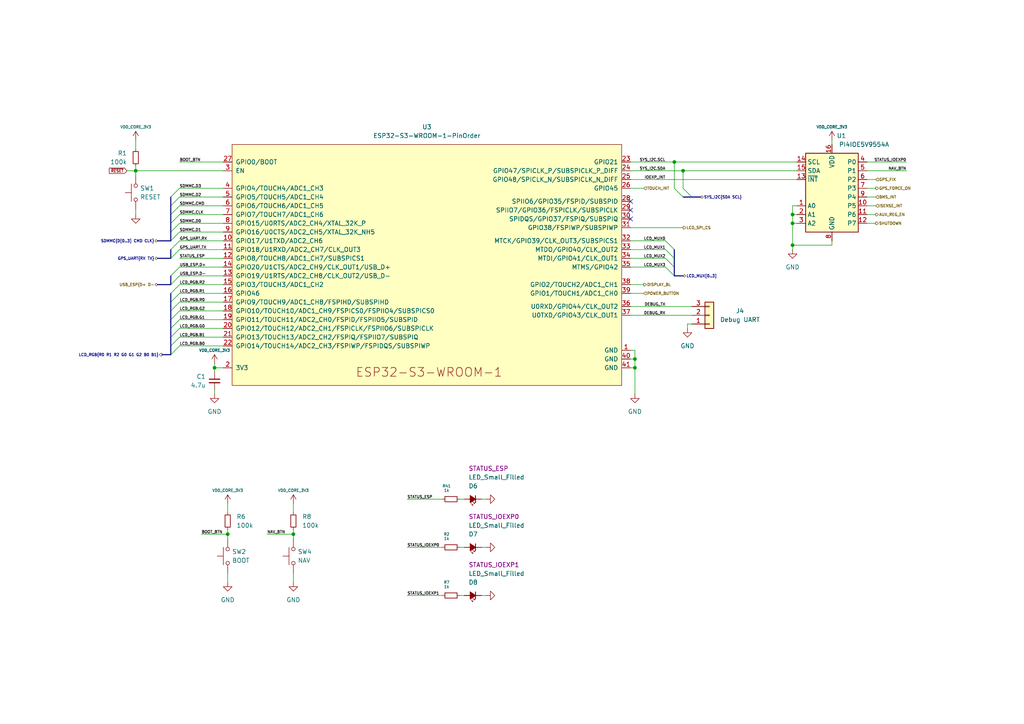
<source format=kicad_sch>
(kicad_sch (version 20211123) (generator eeschema)
  (paper "A4")
  (title_block (rev "A") (company "Frisius"))
  (lib_symbols
    (symbol "Connector_Generic:Conn_01x03" (pin_names (offset 1.016) hide)
      (property "Reference" "J" (at 0 5.08 0))
      (property "Value" "Conn_01x03" (at 0 -5.08 0))
      (symbol "Conn_01x03_1_1"
        (rectangle (start -1.27 -2.413) (end 0 -2.667) (stroke (width 0.1524)))
        (rectangle (start -1.27 0.127) (end 0 -0.127) (stroke (width 0.1524)))
        (rectangle (start -1.27 2.667) (end 0 2.413) (stroke (width 0.1524)))
        (rectangle (start -1.27 3.81) (end 1.27 -3.81) (stroke (width 0.254)) (fill (type background)))
        (pin passive line (at -5.08 2.54 0) (length 3.81) (name "Pin_1") (number "1"))
        (pin passive line (at -5.08 0 0) (length 3.81) (name "Pin_2") (number "2"))
        (pin passive line (at -5.08 -2.54 0) (length 3.81) (name "Pin_3") (number "3"))
      )
    )
    (symbol "Device:C_Small" (pin_numbers hide) (pin_names (offset 0.254) hide)
      (property "Reference" "C" (at 0.254 1.778 0))
      (property "Value" "C_Small" (at 0.254 -2.032 0))
      (symbol "C_Small_0_1"
        (polyline (pts (xy -1.524 -0.508) (xy 1.524 -0.508)) (stroke (width 0.3302)))
        (polyline (pts (xy -1.524 0.508) (xy 1.524 0.508)) (stroke (width 0.3048)))
      )
      (symbol "C_Small_1_1"
        (pin passive line (at 0 2.54 270) (length 2.032) (name "~") (number "1"))
        (pin passive line (at 0 -2.54 90) (length 2.032) (name "~") (number "2"))
      )
    )
    (symbol "Device:LED_Small_Filled" (pin_numbers hide) (pin_names (offset 0.254) hide)
      (property "Reference" "D" (at -1.27 3.175 0))
      (property "Value" "LED_Small_Filled" (at -4.445 -2.54 0))
      (symbol "LED_Small_Filled_0_1"
        (polyline (pts (xy -0.762 -1.016) (xy -0.762 1.016)) (stroke (width 0.254)))
        (polyline (pts (xy 1.016 0) (xy -0.762 0)))
        (polyline (pts (xy 0.762 -1.016) (xy -0.762 0) (xy 0.762 1.016) (xy 0.762 -1.016)) (stroke (width 0.254)) (fill (type outline)))
        (polyline (pts (xy 0 0.762) (xy -0.508 1.27) (xy -0.254 1.27) (xy -0.508 1.27) (xy -0.508 1.016)))
        (polyline (pts (xy 0.508 1.27) (xy 0 1.778) (xy 0.254 1.778) (xy 0 1.778) (xy 0 1.524)))
      )
      (symbol "LED_Small_Filled_1_1"
        (pin passive line (at -2.54 0 0) (length 1.778) (name "K") (number "1"))
        (pin passive line (at 2.54 0 180) (length 1.778) (name "A") (number "2"))
      )
    )
    (symbol "Device:R_Small" (pin_numbers hide) (pin_names (offset 0.254) hide)
      (property "Reference" "R" (at 0.762 0.508 0))
      (property "Value" "R_Small" (at 0.762 -1.016 0))
      (symbol "R_Small_0_1"
        (rectangle (start -0.762 1.778) (end 0.762 -1.778) (stroke (width 0.2032)))
      )
      (symbol "R_Small_1_1"
        (pin passive line (at 0 2.54 270) (length 0.762) (name "~") (number "1"))
        (pin passive line (at 0 -2.54 90) (length 0.762) (name "~") (number "2"))
      )
    )
    (symbol "Interface_Expansion:TCA9554PW"
      (property "Reference" "U" (at -7.62 11.43 0))
      (property "Value" "TCA9554PW" (at 2.54 11.43 0))
      (symbol "TCA9554PW_0_1"
        (rectangle (start -7.62 -12.7) (end 7.62 10.16) (stroke (width 0.254)) (fill (type background)))
      )
      (symbol "TCA9554PW_1_1"
        (pin input line (at -10.16 -5.08 0) (length 2.54) (name "A0") (number "1"))
        (pin bidirectional line (at 10.16 -5.08 180) (length 2.54) (name "P5") (number "10"))
        (pin bidirectional line (at 10.16 -7.62 180) (length 2.54) (name "P6") (number "11"))
        (pin bidirectional line (at 10.16 -10.16 180) (length 2.54) (name "P7") (number "12"))
        (pin open_collector line (at -10.16 2.54 0) (length 2.54) (name "~{INT}") (number "13"))
        (pin input line (at -10.16 7.62 0) (length 2.54) (name "SCL") (number "14"))
        (pin bidirectional line (at -10.16 5.08 0) (length 2.54) (name "SDA") (number "15"))
        (pin power_in line (at 0 12.7 270) (length 2.54) (name "VDD") (number "16"))
        (pin input line (at -10.16 -7.62 0) (length 2.54) (name "A1") (number "2"))
        (pin input line (at -10.16 -10.16 0) (length 2.54) (name "A2") (number "3"))
        (pin bidirectional line (at 10.16 7.62 180) (length 2.54) (name "P0") (number "4"))
        (pin bidirectional line (at 10.16 5.08 180) (length 2.54) (name "P1") (number "5"))
        (pin bidirectional line (at 10.16 2.54 180) (length 2.54) (name "P2") (number "6"))
        (pin bidirectional line (at 10.16 0 180) (length 2.54) (name "P3") (number "7"))
        (pin power_in line (at 0 -15.24 90) (length 2.54) (name "GND") (number "8"))
        (pin bidirectional line (at 10.16 -2.54 180) (length 2.54) (name "P4") (number "9"))
      )
    )
    (symbol "Switch:SW_Push" (pin_numbers hide) (pin_names (offset 1.016) hide)
      (property "Reference" "SW" (at 1.27 2.54 0))
      (property "Value" "SW_Push" (at 0 -1.524 0))
      (symbol "SW_Push_0_1"
        (circle (center -2.032 0) (radius 0.508))
        (polyline (pts (xy 0 1.27) (xy 0 3.048)))
        (polyline (pts (xy 2.54 1.27) (xy -2.54 1.27)))
        (circle (center 2.032 0) (radius 0.508))
        (pin passive line (at -5.08 0 0) (length 2.54) (name "1") (number "1"))
        (pin passive line (at 5.08 0 180) (length 2.54) (name "2") (number "2"))
      )
    )
    (symbol "bt_Espressif:ESP32-S3-WROOM-1-PinOrder" (pin_names (offset 1.016))
      (property "Reference" "U" (at 0 35.56 0))
      (property "Value" "ESP32-S3-WROOM-1-PinOrder" (at 0 -36.83 0))
      (symbol "ESP32-S3-WROOM-1-PinOrder_0_0"
        (rectangle (start -57.15 34.29) (end 55.88 -35.56) (fill (type background)))
        (text "ESP32-S3-WROOM-1" (at 0 -31.75 0) (effects (font (size 2.54 2.54))))
        (pin power_in line (at 58.42 -25.4 180) (length 2.54) (name "GND") (number "1"))
        (pin bidirectional line (at -59.69 6.35 0) (length 2.54) (name "GPIO17/U1TXD/ADC2_CH6") (number "10"))
        (pin bidirectional line (at -59.69 3.81 0) (length 2.54) (name "GPIO18/U1RXD/ADC2_CH7/CLK_OUT3") (number "11"))
        (pin bidirectional line (at -59.69 1.27 0) (length 2.54) (name "GPIO8/TOUCH8/ADC1_CH7/SUBSPICS1") (number "12"))
        (pin bidirectional line (at -59.69 -3.81 0) (length 2.54) (name "GPIO19/U1RTS/ADC2_CH8/CLK_OUT2/USB_D-") (number "13"))
        (pin bidirectional line (at -59.69 -1.27 0) (length 2.54) (name "GPIO20/U1CTS/ADC2_CH9/CLK_OUT1/USB_D+") (number "14"))
        (pin bidirectional line (at -59.69 -6.35 0) (length 2.54) (name "GPIO3/TOUCH3/ADC1_CH2") (number "15"))
        (pin bidirectional line (at -59.69 -8.89 0) (length 2.54) (name "GPIO46") (number "16"))
        (pin bidirectional line (at -59.69 -11.43 0) (length 2.54) (name "GPIO9/TOUCH9/ADC1_CH8/FSPIHD/SUBSPIHD") (number "17"))
        (pin bidirectional line (at -59.69 -13.97 0) (length 2.54) (name "GPIO10/TOUCH10/ADC1_CH9/FSPICS0/FSPIIO4/SUBSPICS0") (number "18"))
        (pin bidirectional line (at -59.69 -16.51 0) (length 2.54) (name "GPIO11/TOUCH11/ADC2_CH0/FSPID/FSPIIO5/SUBSPID") (number "19"))
        (pin power_in line (at -59.69 -30.48 0) (length 2.54) (name "3V3") (number "2"))
        (pin bidirectional line (at -59.69 -19.05 0) (length 2.54) (name "GPIO12/TOUCH12/ADC2_CH1/FSPICLK/FSPIIO6/SUBSPICLK") (number "20"))
        (pin bidirectional line (at -59.69 -21.59 0) (length 2.54) (name "GPIO13/TOUCH13/ADC2_CH2/FSPIQ/FSPIIO7/SUBSPIQ") (number "21"))
        (pin bidirectional line (at -59.69 -24.13 0) (length 2.54) (name "GPIO14/TOUCH14/ADC2_CH3/FSPIWP/FSPIDQS/SUBSPIWP") (number "22"))
        (pin bidirectional line (at 58.42 29.21 180) (length 2.54) (name "GPIO21") (number "23"))
        (pin bidirectional line (at 58.42 26.67 180) (length 2.54) (name "GPIO47/SPICLK_P/SUBSPICLK_P_DIFF") (number "24"))
        (pin bidirectional line (at 58.42 24.13 180) (length 2.54) (name "GPIO48/SPICLK_N/SUBSPICLK_N_DIFF") (number "25"))
        (pin bidirectional line (at 58.42 21.59 180) (length 2.54) (name "GPIO45") (number "26"))
        (pin bidirectional line (at -59.69 29.21 0) (length 2.54) (name "GPIO0/BOOT") (number "27"))
        (pin bidirectional line (at 58.42 17.78 180) (length 2.54) (name "SPIIO6/GPIO35/FSPID/SUBSPID") (number "28"))
        (pin bidirectional line (at 58.42 15.24 180) (length 2.54) (name "SPIIO7/GPIO36/FSPICLK/SUBSPICLK") (number "29"))
        (pin input line (at -59.69 26.67 0) (length 2.54) (name "EN") (number "3"))
        (pin bidirectional line (at 58.42 12.7 180) (length 2.54) (name "SPIDQS/GPIO37/FSPIQ/SUBSPIQ") (number "30"))
        (pin bidirectional line (at 58.42 10.16 180) (length 2.54) (name "GPIO38/FSPIWP/SUBSPIWP") (number "31"))
        (pin bidirectional line (at 58.42 6.35 180) (length 2.54) (name "MTCK/GPIO39/CLK_OUT3/SUBSPICS1") (number "32"))
        (pin bidirectional line (at 58.42 3.81 180) (length 2.54) (name "MTDO/GPIO40/CLK_OUT2") (number "33"))
        (pin bidirectional line (at 58.42 1.27 180) (length 2.54) (name "MTDI/GPIO41/CLK_OUT1") (number "34"))
        (pin bidirectional line (at 58.42 -1.27 180) (length 2.54) (name "MTMS/GPIO42") (number "35"))
        (pin bidirectional line (at 58.42 -12.7 180) (length 2.54) (name "U0RXD/GPIO44/CLK_OUT2") (number "36"))
        (pin bidirectional line (at 58.42 -15.24 180) (length 2.54) (name "U0TXD/GPIO43/CLK_OUT1") (number "37"))
        (pin bidirectional line (at 58.42 -6.35 180) (length 2.54) (name "GPIO2/TOUCH2/ADC1_CH1") (number "38"))
        (pin bidirectional line (at 58.42 -8.89 180) (length 2.54) (name "GPIO1/TOUCH1/ADC1_CH0") (number "39"))
        (pin bidirectional line (at -59.69 21.59 0) (length 2.54) (name "GPIO4/TOUCH4/ADC1_CH3") (number "4"))
        (pin power_in line (at 58.42 -27.94 180) (length 2.54) (name "GND") (number "40"))
        (pin power_in line (at 58.42 -30.48 180) (length 2.54) (name "GND") (number "41"))
        (pin bidirectional line (at -59.69 19.05 0) (length 2.54) (name "GPIO5/TOUCH5/ADC1_CH4") (number "5"))
        (pin bidirectional line (at -59.69 16.51 0) (length 2.54) (name "GPIO6/TOUCH6/ADC1_CH5") (number "6"))
        (pin bidirectional line (at -59.69 13.97 0) (length 2.54) (name "GPIO7/TOUCH7/ADC1_CH6") (number "7"))
        (pin bidirectional line (at -59.69 11.43 0) (length 2.54) (name "GPIO15/U0RTS/ADC2_CH4/XTAL_32K_P") (number "8"))
        (pin bidirectional line (at -59.69 8.89 0) (length 2.54) (name "GPIO16/U0CTS/ADC2_CH5/XTAL_32K_NH5") (number "9"))
      )
    )
    (symbol "bt_power:VDD_CORE_3V3" (power) (in_bom no) (on_board no)
      (property "Value" "VDD_CORE_3V3" (at 0.2286 3.5814 0))
      (symbol "VDD_CORE_3V3_0_1"
        (polyline (pts (xy -0.762 1.27) (xy 0 2.54)))
        (polyline (pts (xy 0 0) (xy 0 2.54)))
        (polyline (pts (xy 0 2.54) (xy 0.762 1.27)))
      )
      (symbol "VDD_CORE_3V3_1_1"
        (pin power_in line (at 0 0 90) (length 0) hide (name "VDD_CORE_3V3") (number "1"))
      )
    )
    (symbol "power:GND" (power) (pin_names (offset 0))
      (property "Value" "GND" (at 0 -3.81 0))
      (symbol "GND_0_1"
        (polyline (pts (xy 0 0) (xy 0 -1.27) (xy 1.27 -1.27) (xy 0 -2.54) (xy -1.27 -1.27) (xy 0 -1.27)))
      )
      (symbol "GND_1_1"
        (pin power_in line (at 0 0 270) (length 0) hide (name "GND") (number "1"))
      )
    )
  )
  (junction (at 184.15 106.68))
  (junction (at 85.09 154.94))
  (junction (at 195.58 46.99))
  (junction (at 62.23 106.68))
  (junction (at 229.87 71.12))
  (junction (at 229.87 62.23))
  (junction (at 66.04 154.94))
  (junction (at 184.15 104.14))
  (junction (at 198.12 49.53))
  (junction (at 39.37 49.53))
  (junction (at 229.87 64.77))
  (no_connect (at 182.88 63.5))
  (no_connect (at 182.88 60.96))
  (no_connect (at 182.88 58.42))
  (bus_entry (at 49.53 69.85) (size 2.54 -2.54))
  (bus_entry (at 49.53 85.09) (size 2.54 -2.54))
  (bus_entry (at 49.53 87.63) (size 2.54 -2.54))
  (bus_entry (at 49.53 59.69) (size 2.54 -2.54))
  (bus_entry (at 52.07 59.69) (size -2.54 2.54))
  (bus_entry (at 49.53 90.17) (size 2.54 -2.54))
  (bus_entry (at 193.04 74.93) (size 2.54 2.54))
  (bus_entry (at 52.07 72.39) (size -2.54 2.54))
  (bus_entry (at 52.07 69.85) (size -2.54 2.54))
  (bus_entry (at 49.53 67.31) (size 2.54 -2.54))
  (bus_entry (at 52.07 92.71) (size -2.54 2.54))
  (bus_entry (at 195.58 54.61) (size 2.54 2.54))
  (bus_entry (at 49.53 102.87) (size 2.54 -2.54))
  (bus_entry (at 49.53 80.01) (size 2.54 -2.54))
  (bus_entry (at 49.53 57.15) (size 2.54 -2.54))
  (bus_entry (at 198.12 54.61) (size 2.54 2.54))
  (bus_entry (at 49.53 82.55) (size 2.54 -2.54))
  (bus_entry (at 193.04 69.85) (size 2.54 2.54))
  (bus_entry (at 193.04 77.47) (size 2.54 2.54))
  (bus_entry (at 49.53 100.33) (size 2.54 -2.54))
  (bus_entry (at 193.04 72.39) (size 2.54 2.54))
  (bus_entry (at 49.53 64.77) (size 2.54 -2.54))
  (bus_entry (at 52.07 90.17) (size -2.54 2.54))
  (bus_entry (at 52.07 95.25) (size -2.54 2.54))
  (wire (pts (xy 66.04 154.94) (xy 58.42 154.94)))
  (wire (pts (xy 254 54.61) (xy 251.46 54.61)))
  (bus (pts (xy 49.53 85.09) (xy 49.53 87.63)))
  (wire (pts (xy 118.11 144.78) (xy 128.27 144.78)))
  (bus (pts (xy 49.53 64.77) (xy 49.53 67.31)))
  (wire (pts (xy 229.87 64.77) (xy 231.14 64.77)))
  (bus (pts (xy 49.53 92.71) (xy 49.53 95.25)))
  (wire (pts (xy 66.04 146.05) (xy 66.04 148.59)))
  (wire (pts (xy 184.15 106.68) (xy 184.15 104.14)))
  (bus (pts (xy 49.53 95.25) (xy 49.53 97.79)))
  (wire (pts (xy 184.15 104.14) (xy 184.15 101.6)))
  (wire (pts (xy 52.07 74.93) (xy 64.77 74.93)))
  (wire (pts (xy 64.77 80.01) (xy 52.07 80.01)))
  (wire (pts (xy 199.39 95.25) (xy 199.39 93.98)))
  (wire (pts (xy 262.89 46.99) (xy 251.46 46.99)))
  (bus (pts (xy 49.53 59.69) (xy 49.53 62.23)))
  (bus (pts (xy 195.58 74.93) (xy 195.58 77.47)))
  (wire (pts (xy 85.09 166.37) (xy 85.09 168.91)))
  (wire (pts (xy 52.07 54.61) (xy 64.77 54.61)))
  (wire (pts (xy 52.07 82.55) (xy 64.77 82.55)))
  (wire (pts (xy 66.04 153.67) (xy 66.04 154.94)))
  (wire (pts (xy 254 64.77) (xy 251.46 64.77)))
  (wire (pts (xy 133.35 158.75) (xy 134.62 158.75)))
  (wire (pts (xy 241.3 71.12) (xy 229.87 71.12)))
  (wire (pts (xy 39.37 49.53) (xy 36.83 49.53)))
  (wire (pts (xy 66.04 154.94) (xy 66.04 156.21)))
  (wire (pts (xy 62.23 107.95) (xy 62.23 106.68)))
  (wire (pts (xy 64.77 100.33) (xy 52.07 100.33)))
  (wire (pts (xy 52.07 87.63) (xy 64.77 87.63)))
  (wire (pts (xy 118.11 172.72) (xy 128.27 172.72)))
  (wire (pts (xy 62.23 114.3) (xy 62.23 113.03)))
  (bus (pts (xy 49.53 97.79) (xy 49.53 100.33)))
  (bus (pts (xy 49.53 62.23) (xy 49.53 64.77)))
  (wire (pts (xy 39.37 49.53) (xy 64.77 49.53)))
  (wire (pts (xy 52.07 57.15) (xy 64.77 57.15)))
  (wire (pts (xy 133.35 144.78) (xy 134.62 144.78)))
  (wire (pts (xy 184.15 101.6) (xy 182.88 101.6)))
  (wire (pts (xy 182.88 49.53) (xy 198.12 49.53)))
  (wire (pts (xy 241.3 40.64) (xy 241.3 41.91)))
  (bus (pts (xy 195.58 80.01) (xy 198.12 80.01)))
  (wire (pts (xy 64.77 92.71) (xy 52.07 92.71)))
  (wire (pts (xy 85.09 146.05) (xy 85.09 148.59)))
  (wire (pts (xy 195.58 54.61) (xy 195.58 46.99)))
  (bus (pts (xy 46.99 102.87) (xy 49.53 102.87)))
  (wire (pts (xy 39.37 40.64) (xy 39.37 43.18)))
  (wire (pts (xy 140.97 172.72) (xy 139.7 172.72)))
  (wire (pts (xy 182.88 46.99) (xy 195.58 46.99)))
  (wire (pts (xy 184.15 104.14) (xy 182.88 104.14)))
  (wire (pts (xy 85.09 153.67) (xy 85.09 154.94)))
  (wire (pts (xy 184.15 114.3) (xy 184.15 106.68)))
  (wire (pts (xy 251.46 49.53) (xy 262.89 49.53)))
  (wire (pts (xy 64.77 69.85) (xy 52.07 69.85)))
  (wire (pts (xy 64.77 77.47) (xy 52.07 77.47)))
  (wire (pts (xy 133.35 172.72) (xy 134.62 172.72)))
  (wire (pts (xy 199.39 93.98) (xy 200.66 93.98)))
  (bus (pts (xy 49.53 57.15) (xy 49.53 59.69)))
  (wire (pts (xy 118.11 158.75) (xy 128.27 158.75)))
  (bus (pts (xy 49.53 67.31) (xy 49.53 69.85)))
  (wire (pts (xy 198.12 66.04) (xy 182.88 66.04)))
  (wire (pts (xy 182.88 82.55) (xy 186.69 82.55)))
  (wire (pts (xy 39.37 49.53) (xy 39.37 50.8)))
  (wire (pts (xy 39.37 60.96) (xy 39.37 62.23)))
  (bus (pts (xy 45.72 82.55) (xy 49.53 82.55)))
  (wire (pts (xy 182.88 85.09) (xy 186.69 85.09)))
  (wire (pts (xy 193.04 69.85) (xy 182.88 69.85)))
  (bus (pts (xy 195.58 72.39) (xy 195.58 74.93)))
  (wire (pts (xy 85.09 154.94) (xy 85.09 156.21)))
  (wire (pts (xy 193.04 77.47) (xy 182.88 77.47)))
  (bus (pts (xy 49.53 90.17) (xy 49.53 92.71)))
  (wire (pts (xy 231.14 59.69) (xy 229.87 59.69)))
  (wire (pts (xy 52.07 64.77) (xy 64.77 64.77)))
  (wire (pts (xy 140.97 158.75) (xy 139.7 158.75)))
  (wire (pts (xy 52.07 85.09) (xy 64.77 85.09)))
  (wire (pts (xy 64.77 97.79) (xy 52.07 97.79)))
  (wire (pts (xy 229.87 72.39) (xy 229.87 71.12)))
  (wire (pts (xy 193.04 74.93) (xy 182.88 74.93)))
  (wire (pts (xy 52.07 62.23) (xy 64.77 62.23)))
  (bus (pts (xy 49.53 82.55) (xy 49.53 80.01)))
  (bus (pts (xy 195.58 77.47) (xy 195.58 80.01)))
  (wire (pts (xy 52.07 90.17) (xy 64.77 90.17)))
  (wire (pts (xy 182.88 52.07) (xy 231.14 52.07)))
  (wire (pts (xy 182.88 91.44) (xy 200.66 91.44)))
  (wire (pts (xy 39.37 48.26) (xy 39.37 49.53)))
  (wire (pts (xy 198.12 54.61) (xy 198.12 49.53)))
  (bus (pts (xy 45.72 74.93) (xy 49.53 74.93)))
  (bus (pts (xy 200.66 57.15) (xy 203.2 57.15)))
  (bus (pts (xy 49.53 87.63) (xy 49.53 90.17)))
  (wire (pts (xy 251.46 59.69) (xy 254 59.69)))
  (wire (pts (xy 195.58 46.99) (xy 231.14 46.99)))
  (wire (pts (xy 229.87 59.69) (xy 229.87 62.23)))
  (wire (pts (xy 193.04 72.39) (xy 182.88 72.39)))
  (wire (pts (xy 182.88 88.9) (xy 200.66 88.9)))
  (wire (pts (xy 182.88 54.61) (xy 186.69 54.61)))
  (wire (pts (xy 66.04 166.37) (xy 66.04 168.91)))
  (wire (pts (xy 52.07 46.99) (xy 64.77 46.99)))
  (wire (pts (xy 229.87 71.12) (xy 229.87 64.77)))
  (wire (pts (xy 254 62.23) (xy 251.46 62.23)))
  (wire (pts (xy 62.23 105.41) (xy 62.23 106.68)))
  (wire (pts (xy 254 57.15) (xy 251.46 57.15)))
  (wire (pts (xy 52.07 59.69) (xy 64.77 59.69)))
  (wire (pts (xy 229.87 62.23) (xy 231.14 62.23)))
  (wire (pts (xy 198.12 49.53) (xy 231.14 49.53)))
  (wire (pts (xy 52.07 67.31) (xy 64.77 67.31)))
  (wire (pts (xy 52.07 72.39) (xy 64.77 72.39)))
  (bus (pts (xy 45.72 69.85) (xy 49.53 69.85)))
  (wire (pts (xy 62.23 106.68) (xy 64.77 106.68)))
  (wire (pts (xy 52.07 95.25) (xy 64.77 95.25)))
  (bus (pts (xy 49.53 102.87) (xy 49.53 100.33)))
  (bus (pts (xy 49.53 72.39) (xy 49.53 74.93)))
  (wire (pts (xy 254 52.07) (xy 251.46 52.07)))
  (wire (pts (xy 241.3 69.85) (xy 241.3 71.12)))
  (bus (pts (xy 200.66 57.15) (xy 198.12 57.15)))
  (wire (pts (xy 85.09 154.94) (xy 77.47 154.94)))
  (wire (pts (xy 229.87 64.77) (xy 229.87 62.23)))
  (wire (pts (xy 140.97 144.78) (xy 139.7 144.78)))
  (wire (pts (xy 184.15 106.68) (xy 182.88 106.68)))
  (label "BOOT_BTN" (at 58.42 154.94 0) (effects (font (size 0.8 0.8))))
  (label "STATUS_IOEXP0" (at 262.89 46.99 180) (effects (font (size 0.8 0.8))))
  (label "BOOT_BTN" (at 52.07 46.99 0) (effects (font (size 0.8 0.8))))
  (label "USB_ESP.D+" (at 52.07 77.47 0) (effects (font (size 0.8 0.8))))
  (label "LCD_RGB.G1" (at 52.07 92.71 0) (effects (font (size 0.8 0.8))))
  (label "STATUS_ESP" (at 118.11 144.78 0) (effects (font (size 0.8 0.8))))
  (label "SYS_I2C.SCL" (at 193.04 46.99 180) (effects (font (size 0.8 0.8))))
  (label "LCD_RGB.R0" (at 52.07 87.63 0) (effects (font (size 0.8 0.8))))
  (label "LCD_MUX1" (at 193.04 72.39 180) (effects (font (size 0.8 0.8))))
  (label "GPS_UART.RX" (at 52.07 69.85 0) (effects (font (size 0.8 0.8))))
  (label "SDMMC.D2" (at 52.07 57.15 0) (effects (font (size 0.8 0.8))))
  (label "SDMMC.D1" (at 52.07 67.31 0) (effects (font (size 0.8 0.8))))
  (label "LCD_RGB.R2" (at 52.07 82.55 0) (effects (font (size 0.8 0.8))))
  (label "NAV_BTN" (at 77.47 154.94 0) (effects (font (size 0.8 0.8))))
  (label "LCD_RGB.G2" (at 52.07 90.17 0) (effects (font (size 0.8 0.8))))
  (label "STATUS_ESP" (at 52.07 74.93 0) (effects (font (size 0.8 0.8))))
  (label "SDMMC.D0" (at 52.07 64.77 0) (effects (font (size 0.8 0.8))))
  (label "LCD_RGB.R1" (at 52.07 85.09 0) (effects (font (size 0.8 0.8))))
  (label "SYS_I2C.SDA" (at 193.04 49.53 180) (effects (font (size 0.8 0.8))))
  (label "USB_ESP.D-" (at 52.07 80.01 0) (effects (font (size 0.8 0.8))))
  (label "LCD_RGB.B1" (at 52.07 97.79 0) (effects (font (size 0.8 0.8))))
  (label "LCD_RGB.B0" (at 52.07 100.33 0) (effects (font (size 0.8 0.8))))
  (label "NAV_BTN" (at 262.89 49.53 180) (effects (font (size 0.8 0.8))))
  (label "IOEXP_INT" (at 193.04 52.07 180) (effects (font (size 0.8 0.8))))
  (label "SDMMC.D3" (at 52.07 54.61 0) (effects (font (size 0.8 0.8))))
  (label "GPS_UART.TX" (at 52.07 72.39 0) (effects (font (size 0.8 0.8))))
  (label "STATUS_IOEXP1" (at 118.11 172.72 0) (effects (font (size 0.8 0.8))))
  (label "LCD_MUX3" (at 193.04 77.47 180) (effects (font (size 0.8 0.8))))
  (label "SDMMC.CLK" (at 52.07 62.23 0) (effects (font (size 0.8 0.8))))
  (label "LCD_RGB.G0" (at 52.07 95.25 0) (effects (font (size 0.8 0.8))))
  (label "SDMMC.CMD" (at 52.07 59.69 0) (effects (font (size 0.8 0.8))))
  (label "STATUS_IOEXP0" (at 118.11 158.75 0) (effects (font (size 0.8 0.8))))
  (label "DEBUG_TX" (at 193.04 88.9 180) (effects (font (size 0.8 0.8))))
  (label "LCD_MUX0" (at 193.04 69.85 180) (effects (font (size 0.8 0.8))))
  (label "DEBUG_RX" (at 193.04 91.44 180) (effects (font (size 0.8 0.8))))
  (label "LCD_MUX2" (at 193.04 74.93 180) (effects (font (size 0.8 0.8))))
  (global_label "~{RESET}" (shape input) (at 36.83 49.53 180) (effects (font (size 0.8 0.8))) (property "Intersheet References" "${INTERSHEET_REFS}" (at 31.691 49.58 0) (effects (font (size 0.8 0.8)) (justify right))))
  (hierarchical_label "GPS_UART{RX TX}" (shape bidirectional) (at 45.72 74.93 180) (effects (font (size 0.8 0.8))))
  (hierarchical_label "ISENSE_INT" (shape input) (at 254 59.69 0) (effects (font (size 0.8 0.8))))
  (hierarchical_label "SYS_I2C{SDA SCL}" (shape bidirectional) (at 203.2 57.15 0) (effects (font (size 0.8 0.8))))
  (hierarchical_label "POWER_BUTTON" (shape input) (at 186.69 85.09 0) (effects (font (size 0.8 0.8))))
  (hierarchical_label "LCD_MUX[0..3]" (shape bidirectional) (at 198.12 80.01 0) (effects (font (size 0.8 0.8))))
  (hierarchical_label "GPS_FORCE_ON" (shape output) (at 254 54.61 0) (effects (font (size 0.8 0.8))))
  (hierarchical_label "LCD_SPI_CS" (shape output) (at 198.12 66.04 0) (effects (font (size 0.8 0.8))))
  (hierarchical_label "SDMMC{D[0..3] CMD CLK}" (shape bidirectional) (at 45.72 69.85 180) (effects (font (size 0.8 0.8))))
  (hierarchical_label "BMS_INT" (shape input) (at 254 57.15 0) (effects (font (size 0.8 0.8))))
  (hierarchical_label "TOUCH_INT" (shape input) (at 186.69 54.61 0) (effects (font (size 0.8 0.8))))
  (hierarchical_label "GPS_FIX" (shape input) (at 254 52.07 0) (effects (font (size 0.8 0.8))))
  (hierarchical_label "SHUTDOWN" (shape output) (at 254 64.77 0) (effects (font (size 0.8 0.8))))
  (hierarchical_label "USB_ESP{D+ D-" (shape bidirectional) (at 45.72 82.55 180) (effects (font (size 0.8 0.8))))
  (hierarchical_label "DISPLAY_BL" (shape output) (at 186.69 82.55 0) (effects (font (size 0.8 0.8))))
  (hierarchical_label "AUX_REG_EN" (shape output) (at 254 62.23 0) (effects (font (size 0.8 0.8))))
  (hierarchical_label "LCD_RGB{R0 R1 R2 G0 G1 G2 B0 B1}" (shape output) (at 46.99 102.87 180) (effects (font (size 0.8 0.8))))
  (symbol (lib_id "Device:C_Small") (at 62.23 110.49 0) (unit 1)
    (property "Reference" "C1" (at 59.69 109.2262 0) (effects (justify right)))
    (property "Value" "4.7u" (at 59.69 111.76 0) (effects (justify right)))
    (property "Footprint" "Capacitor_SMD:C_0603_1608Metric" (effects hide))
  )
  (symbol (lib_id "power:GND") (at 199.39 95.25 0) (mirror y) (unit 1)
    (property "Reference" "#PWR0115" (effects hide))
    (property "Value" "GND" (at 199.39 100.33 0))
  )
  (symbol (lib_id "power:GND") (at 140.97 144.78 90) (mirror x) (unit 1)
    (property "Reference" "#PWR0147" (effects hide))
    (property "Value" "GND" (effects hide))
  )
  (symbol (lib_id "Device:R_Small") (at 85.09 151.13 0) (unit 1)
    (property "Reference" "R8" (at 87.63 149.8599 0) (effects (justify left)))
    (property "Value" "100k" (at 87.63 152.3999 0) (effects (justify left)))
    (property "Footprint" "Resistor_SMD:R_0402_1005Metric" (effects hide))
  )
  (symbol (lib_id "bt_power:VDD_CORE_3V3") (at 39.37 40.64 0) (unit 1) (in_bom no) (on_board no)
    (property "Reference" "#PWR0187" (effects hide))
    (property "Value" "VDD_CORE_3V3" (at 39.37 36.83 0) (effects (font (size 0.8 0.8))))
  )
  (symbol (lib_id "Device:LED_Small_Filled") (at 137.16 158.75 180) (unit 1)
    (property "Reference" "D7" (at 135.89 154.94 0) (effects (justify right)))
    (property "Value" "LED_Small_Filled" (at 135.89 152.4 0) (effects (justify right)))
    (property "Footprint" "LED_SMD:LED_0603_1608Metric" (effects hide))
    (property "Label" "STATUS_IOEXP0" (at 135.89 149.86 0) (effects (justify right)))
  )
  (symbol (lib_id "bt_power:VDD_CORE_3V3") (at 85.09 146.05 0) (unit 1) (in_bom no) (on_board no)
    (property "Reference" "#PWR0183" (effects hide))
    (property "Value" "VDD_CORE_3V3" (at 85.09 142.24 0) (effects (font (size 0.8 0.8))))
  )
  (symbol (lib_id "Device:LED_Small_Filled") (at 137.16 144.78 180) (unit 1)
    (property "Reference" "D6" (at 135.89 140.97 0) (effects (justify right)))
    (property "Value" "LED_Small_Filled" (at 135.89 138.43 0) (effects (justify right)))
    (property "Footprint" "LED_SMD:LED_0603_1608Metric" (effects hide))
    (property "Label" "STATUS_ESP" (at 135.89 135.89 0) (effects (justify right)))
  )
  (symbol (lib_id "power:GND") (at 140.97 172.72 90) (mirror x) (unit 1)
    (property "Reference" "#PWR0142" (effects hide))
    (property "Value" "GND" (effects hide))
  )
  (symbol (lib_id "bt_power:VDD_CORE_3V3") (at 66.04 146.05 0) (unit 1) (in_bom no) (on_board no)
    (property "Reference" "#PWR0186" (effects hide))
    (property "Value" "VDD_CORE_3V3" (at 66.04 142.24 0) (effects (font (size 0.8 0.8))))
  )
  (symbol (lib_id "Interface_Expansion:TCA9554PW") (at 241.3 54.61 0) (unit 1)
    (property "Reference" "U1" (at 242.6844 39.37 0) (effects (justify left)))
    (property "Value" "PI4IOE5V9554A" (at 243.3194 41.91 0) (effects (justify left)))
    (property "Footprint" "Package_SO:TSSOP-16_4.4x5mm_P0.65mm" (effects hide))
    (property "Datasheet" "http://www.ti.com/lit/ds/symlink/tca9554.pdf" (effects hide))
  )
  (symbol (lib_id "bt_power:VDD_CORE_3V3") (at 62.23 105.41 0) (unit 1) (in_bom no) (on_board no)
    (property "Reference" "#PWR0185" (effects hide))
    (property "Value" "VDD_CORE_3V3" (at 62.23 101.6 0) (effects (font (size 0.8 0.8))))
  )
  (symbol (lib_id "Device:R_Small") (at 130.81 144.78 270) (unit 1)
    (property "Reference" "R41" (at 129.54 140.97 90) (effects (font (size 0.8 0.8))))
    (property "Value" "1k" (at 129.54 142.24 90) (effects (font (size 0.8 0.8))))
    (property "Footprint" "Resistor_SMD:R_0402_1005Metric" (effects hide))
  )
  (symbol (lib_id "power:GND") (at 62.23 114.3 0) (mirror y) (unit 1)
    (property "Reference" "#PWR0130" (effects hide))
    (property "Value" "GND" (at 62.23 119.38 0))
  )
  (symbol (lib_id "Switch:SW_Push") (at 39.37 55.88 90) (unit 1)
    (property "Reference" "SW1" (at 40.64 54.61 90) (effects (justify right)))
    (property "Value" "RESET" (at 40.64 57.15 90) (effects (justify right)))
    (property "Footprint" "Button_Switch_SMD:SW_SPST_B3U-1000P" (effects hide))
  )
  (symbol (lib_id "Device:R_Small") (at 39.37 45.72 0) (mirror y) (unit 1)
    (property "Reference" "R1" (at 36.83 44.4499 0) (effects (justify left)))
    (property "Value" "100k" (at 36.83 46.99 0) (effects (justify left)))
    (property "Footprint" "Resistor_SMD:R_0402_1005Metric" (effects hide))
  )
  (symbol (lib_id "bt_power:VDD_CORE_3V3") (at 241.3 40.64 0) (unit 1) (in_bom no) (on_board no)
    (property "Reference" "#PWR0188" (effects hide))
    (property "Value" "VDD_CORE_3V3" (at 241.3 36.83 0) (effects (font (size 0.8 0.8))))
  )
  (symbol (lib_id "power:GND") (at 85.09 168.91 0) (mirror y) (unit 1)
    (property "Reference" "#PWR0101" (effects hide))
    (property "Value" "GND" (at 85.09 173.99 0))
  )
  (symbol (lib_id "Switch:SW_Push") (at 66.04 161.29 90) (unit 1)
    (property "Reference" "SW2" (at 67.31 160.0199 90) (effects (justify right)))
    (property "Value" "BOOT" (at 67.31 162.5599 90) (effects (justify right)))
    (property "Footprint" "Button_Switch_SMD:SW_SPST_B3U-1000P" (effects hide))
  )
  (symbol (lib_id "power:GND") (at 184.15 114.3 0) (mirror y) (unit 1)
    (property "Reference" "#PWR0107" (effects hide))
    (property "Value" "GND" (at 184.15 119.38 0))
  )
  (symbol (lib_id "power:GND") (at 140.97 158.75 90) (mirror x) (unit 1)
    (property "Reference" "#PWR0138" (effects hide))
    (property "Value" "GND" (effects hide))
  )
  (symbol (lib_id "power:GND") (at 229.87 72.39 0) (mirror y) (unit 1)
    (property "Reference" "#PWR0105" (effects hide))
    (property "Value" "GND" (at 229.87 77.47 0))
  )
  (symbol (lib_id "Device:R_Small") (at 66.04 151.13 0) (unit 1)
    (property "Reference" "R6" (at 68.58 149.8599 0) (effects (justify left)))
    (property "Value" "100k" (at 68.58 152.3999 0) (effects (justify left)))
    (property "Footprint" "Resistor_SMD:R_0402_1005Metric" (effects hide))
  )
  (symbol (lib_id "Device:R_Small") (at 130.81 172.72 270) (unit 1)
    (property "Reference" "R7" (at 129.54 168.91 90) (effects (font (size 0.8 0.8))))
    (property "Value" "1k" (at 129.54 170.18 90) (effects (font (size 0.8 0.8))))
    (property "Footprint" "Resistor_SMD:R_0402_1005Metric" (effects hide))
  )
  (symbol (lib_id "Connector_Generic:Conn_01x03") (at 205.74 91.44 0) (mirror x) (unit 1)
    (property "Reference" "J4" (at 214.63 90.17 0))
    (property "Value" "Debug UART" (at 214.63 92.71 0))
    (property "Footprint" "Connector_PinHeader_2.54mm:PinHeader_1x03_P2.54mm_Vertical" (effects hide))
  )
  (symbol (lib_id "power:GND") (at 66.04 168.91 0) (mirror y) (unit 1)
    (property "Reference" "#PWR0104" (effects hide))
    (property "Value" "GND" (at 66.04 173.99 0))
  )
  (symbol (lib_id "Device:LED_Small_Filled") (at 137.16 172.72 180) (unit 1)
    (property "Reference" "D8" (at 135.89 168.91 0) (effects (justify right)))
    (property "Value" "LED_Small_Filled" (at 135.89 166.37 0) (effects (justify right)))
    (property "Footprint" "LED_SMD:LED_0603_1608Metric" (effects hide))
    (property "Label" "STATUS_IOEXP1" (at 135.89 163.83 0) (effects (justify right)))
  )
  (symbol (lib_id "bt_Espressif:ESP32-S3-WROOM-1-PinOrder") (at 124.46 76.2 0) (unit 1)
    (property "Reference" "U3" (at 123.825 36.83 0))
    (property "Value" "ESP32-S3-WROOM-1-PinOrder" (at 123.825 39.37 0))
    (property "Footprint" "bt_Espressif:ESP32-S3-WROOM-1U" (effects hide))
  )
  (symbol (lib_id "Switch:SW_Push") (at 85.09 161.29 90) (unit 1)
    (property "Reference" "SW4" (at 86.36 160.0199 90) (effects (justify right)))
    (property "Value" "NAV" (at 86.36 162.5599 90) (effects (justify right)))
    (property "Footprint" "Button_Switch_SMD:SW_SPST_B3U-1000P" (effects hide))
  )
  (symbol (lib_id "power:GND") (at 39.37 62.23 0) (unit 1)
    (property "Reference" "#PWR0103" (effects hide))
    (property "Value" "GND" (effects hide))
  )
  (symbol (lib_id "Device:R_Small") (at 130.81 158.75 270) (unit 1)
    (property "Reference" "R2" (at 129.54 154.94 90) (effects (font (size 0.8 0.8))))
    (property "Value" "1k" (at 129.54 156.21 90) (effects (font (size 0.8 0.8))))
    (property "Footprint" "Resistor_SMD:R_0402_1005Metric" (effects hide))
  )
)
</source>
